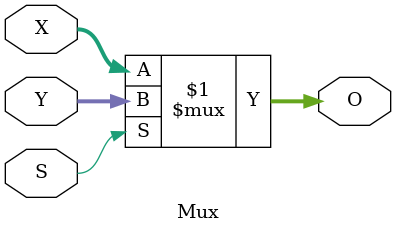
<source format=v>
module Mux(X, Y, S, O);
  
  input [63:0] X;
  input [63:0] Y;
  input S;
  output [63:0] O;
  
  assign O = S ? Y : X;
endmodule
</source>
